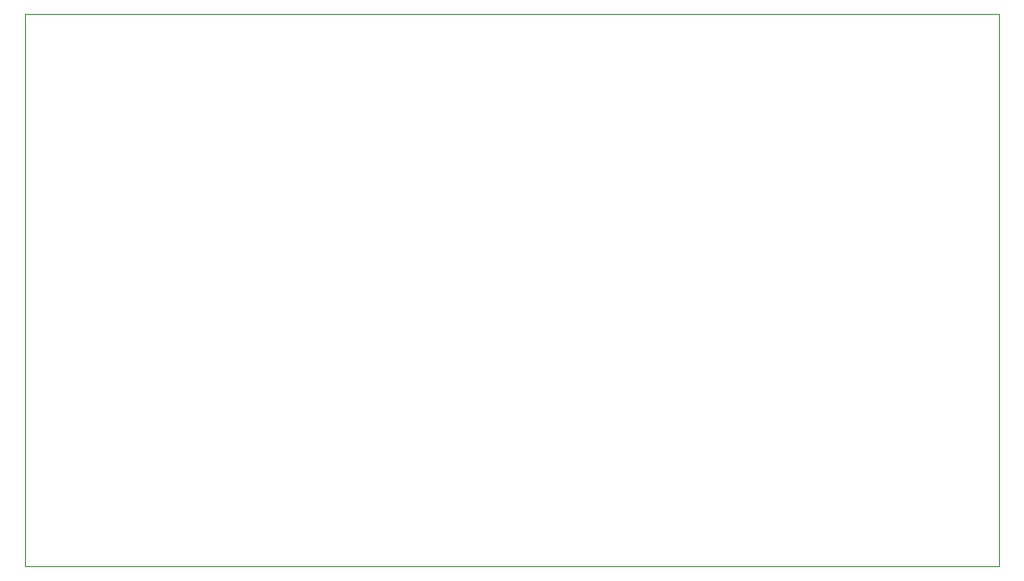
<source format=gbr>
%TF.GenerationSoftware,KiCad,Pcbnew,6.0.7*%
%TF.CreationDate,2022-11-09T15:14:03-05:00*%
%TF.ProjectId,Actuator Driver,41637475-6174-46f7-9220-447269766572,rev?*%
%TF.SameCoordinates,Original*%
%TF.FileFunction,Profile,NP*%
%FSLAX46Y46*%
G04 Gerber Fmt 4.6, Leading zero omitted, Abs format (unit mm)*
G04 Created by KiCad (PCBNEW 6.0.7) date 2022-11-09 15:14:03*
%MOMM*%
%LPD*%
G01*
G04 APERTURE LIST*
%TA.AperFunction,Profile*%
%ADD10C,0.100000*%
%TD*%
G04 APERTURE END LIST*
D10*
X104000000Y-85000000D02*
X193000000Y-85000000D01*
X193000000Y-85000000D02*
X193000000Y-135500000D01*
X193000000Y-135500000D02*
X104000000Y-135500000D01*
X104000000Y-135500000D02*
X104000000Y-85000000D01*
M02*

</source>
